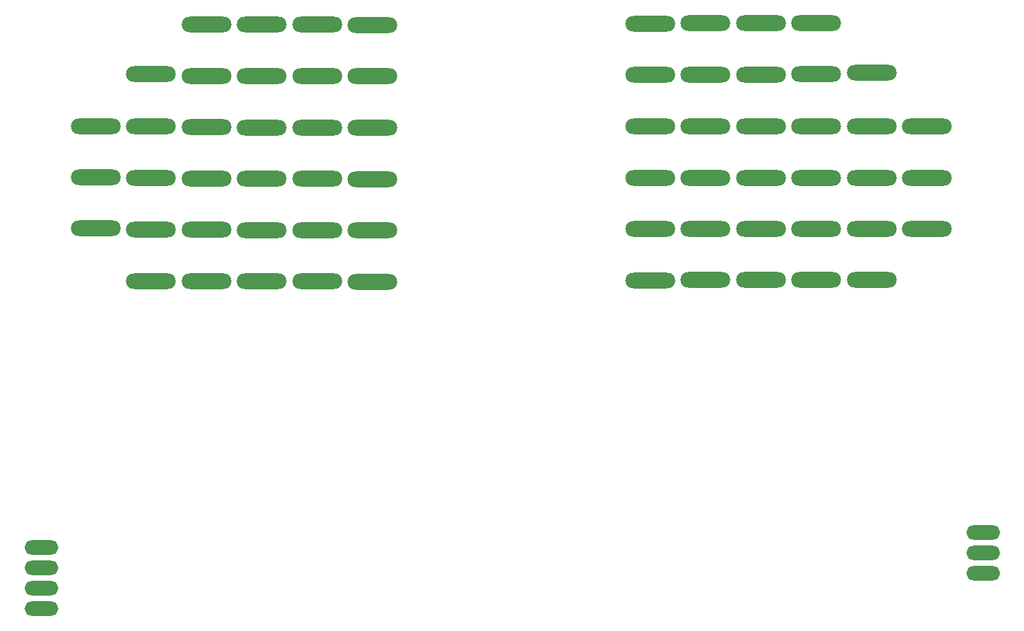
<source format=gbs>
G04 Layer name: Bottom Solder Mask Layer*
G04 Generated by EasyEDA v1.3.13.eb2668, 2021-11-16 08:35:18*
G04 Gerber Generator version 0.3*
G04 Scale: 100 percent, Rotated: No, Reflected: No*
G04 Dimensions in inches*
G04 Leading zeros omitted, absolute positions, 5 integers and 5 decimals*
%FSLAX55Y55*%
%MOIN*%
%ADD10O,0.2442X0.0769*%
%ADD11O,0.16548X0.070992*%
G75*


G04 Pad Start*
G54D10*
G01X27165Y-12500D03*
G01X27165Y-62500D03*
G01X27165Y-37380D03*
G01X54331Y-37750D03*
G01X54331Y-12375D03*
G01X54331Y13000D03*
G01X54331Y-88500D03*
G01X54331Y-63125D03*
G01X81496Y12300D03*
G01X81496Y-12900D03*
G01X81496Y-38100D03*
G01X81496Y-63300D03*
G01X81496Y-88500D03*
G01X81496Y37500D03*
G01X108661Y37353D03*
G01X108661Y12153D03*
G01X108661Y-13047D03*
G01X108661Y-38247D03*
G01X108661Y-63447D03*
G01X108661Y-88647D03*
G01X135827Y37353D03*
G01X162992Y37206D03*
G01X162992Y12006D03*
G01X135827Y12153D03*
G01X135827Y-13047D03*
G01X162992Y-13194D03*
G01X162992Y-38394D03*
G01X135827Y-38247D03*
G01X135827Y-63447D03*
G01X135827Y-88647D03*
G01X162992Y-88794D03*
G01X162992Y-63594D03*
G01X299173Y37900D03*
G01X299173Y12700D03*
G01X299173Y-12500D03*
G01X299173Y-37700D03*
G01X299173Y-62900D03*
G01X299173Y-88100D03*
G01X326339Y-87953D03*
G01X326339Y-62900D03*
G01X326339Y-37700D03*
G01X326339Y-12500D03*
G01X326339Y12847D03*
G01X326339Y38047D03*
G01X353504Y38047D03*
G01X353504Y12847D03*
G01X353504Y-12500D03*
G01X353504Y-37700D03*
G01X353504Y-62900D03*
G01X353504Y-87953D03*
G01X380669Y-87806D03*
G01X407835Y-87806D03*
G01X407835Y-62900D03*
G01X380669Y-62900D03*
G01X380669Y-37700D03*
G01X407835Y-37700D03*
G01X435000Y-37700D03*
G01X435000Y-62900D03*
G01X435000Y-12500D03*
G01X407835Y-12500D03*
G01X380669Y-12500D03*
G01X380669Y12994D03*
G01X380669Y38194D03*
G01X407835Y13694D03*
G54D11*
G01X500Y-219250D03*
G01X500Y-229250D03*
G01X500Y-239250D03*
G01X500Y-249250D03*
G01X462500Y-232000D03*
G01X462500Y-222000D03*
G01X462500Y-212000D03*
G04 Pad End*

M02*

</source>
